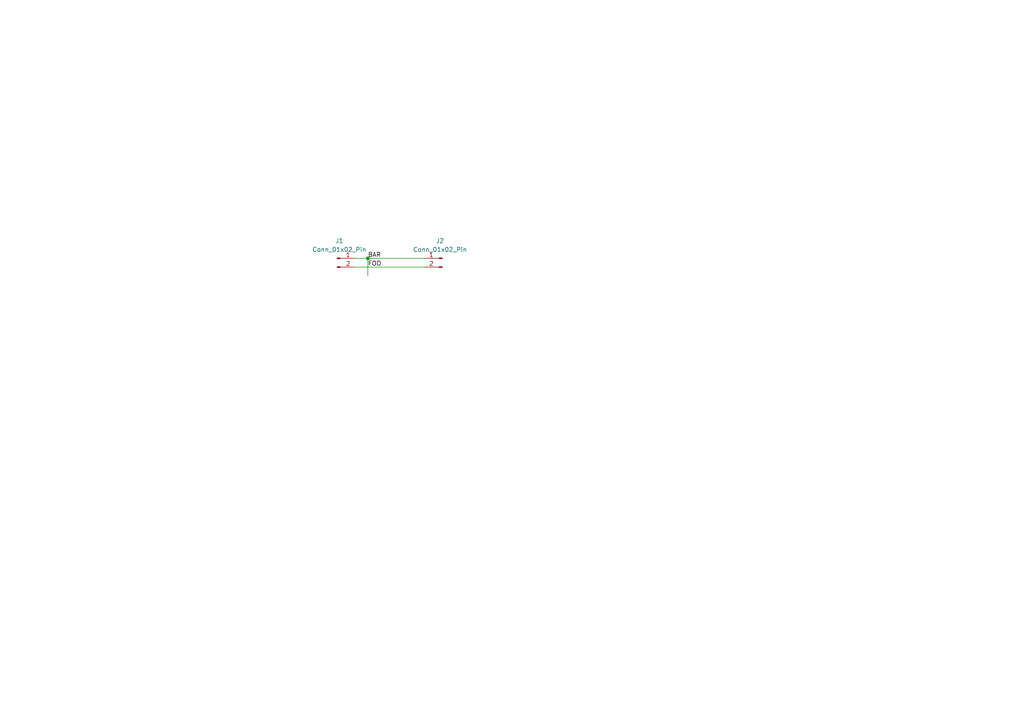
<source format=kicad_sch>
(kicad_sch (version 20240602) (generator "eeschema") (generator_version "8.99")
  (paper "A4")
  (lib_symbols
    (symbol "Connector:Conn_01x02_Pin" (pin_names (offset 1.016) hide)
      (property "Reference" "J" (at 0 2.54 0))
      (property "Value" "Conn_01x02_Pin" (at 0 -5.08 0))
      (symbol "Conn_01x02_Pin_1_1"
        (rectangle (start 0.8636 0.127) (end 0 -0.127) (stroke (width 0.1524)) (fill (type outline)))
        (rectangle (start 0.8636 -2.413) (end 0 -2.667) (stroke (width 0.1524)) (fill (type outline)))
        (polyline (pts (xy 1.27 0) (xy 0.8636 0)) (stroke (width 0.1524)))
        (polyline (pts (xy 1.27 -2.54) (xy 0.8636 -2.54)) (stroke (width 0.1524)))
        (pin passive line (at 5.08 0 180) (length 3.81) (name "Pin_1") (number "1"))
        (pin passive line (at 5.08 -2.54 180) (length 3.81) (name "Pin_2") (number "2"))
      )
    )
  )
  (junction (at 106.68 74.93))
  (wire (pts (xy 106.68 74.93) (xy 106.68 80.01)))
  (wire (pts (xy 102.87 77.47) (xy 123.19 77.47)))
  (wire (pts (xy 106.68 74.93) (xy 123.19 74.93)))
  (wire (pts (xy 102.87 74.93) (xy 106.68 74.93)))
  (label "BAR" (at 106.68 74.93 0))
  (label "FOO" (at 106.68 77.47 0))
  (symbol (lib_id "Connector:Conn_01x02_Pin") (at 97.79 74.93 0) (unit 1)
    (property "Reference" "J1" (at 98.425 69.85 0))
    (property "Value" "Conn_01x02_Pin" (at 98.425 72.39 0))
    (property "Description" "Generic connector, single row, 01x02, script generated" (effects (hide yes)))
  )
  (symbol (lib_id "Connector:Conn_01x02_Pin") (at 128.27 74.93 0) (mirror y) (unit 1)
    (property "Reference" "J2" (at 127.635 69.85 0))
    (property "Value" "Conn_01x02_Pin" (at 127.635 72.39 0))
    (property "Description" "Generic connector, single row, 01x02, script generated" (effects (hide yes)))
  )
)
</source>
